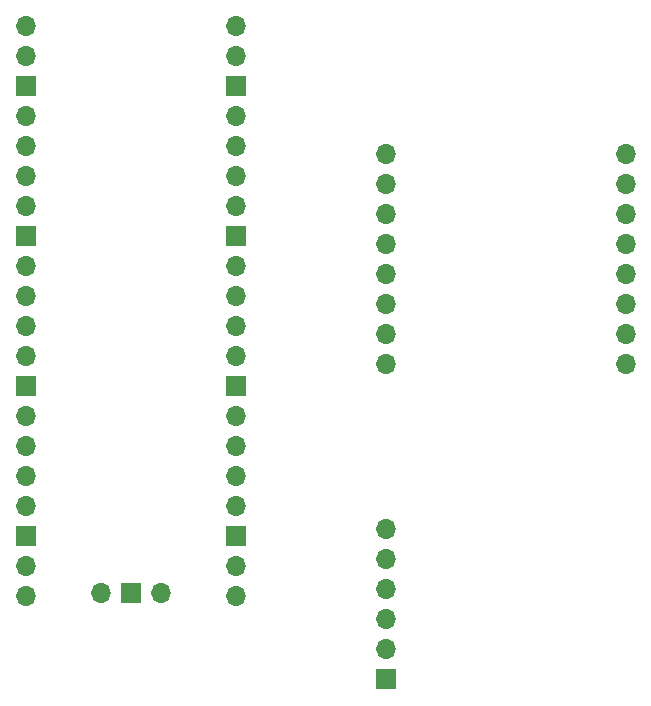
<source format=gbs>
G04 #@! TF.GenerationSoftware,KiCad,Pcbnew,(6.0.8)*
G04 #@! TF.CreationDate,2024-02-14T20:34:26-05:00*
G04 #@! TF.ProjectId,boat,626f6174-2e6b-4696-9361-645f70636258,rev?*
G04 #@! TF.SameCoordinates,Original*
G04 #@! TF.FileFunction,Soldermask,Bot*
G04 #@! TF.FilePolarity,Negative*
%FSLAX46Y46*%
G04 Gerber Fmt 4.6, Leading zero omitted, Abs format (unit mm)*
G04 Created by KiCad (PCBNEW (6.0.8)) date 2024-02-14 20:34:26*
%MOMM*%
%LPD*%
G01*
G04 APERTURE LIST*
%ADD10O,1.700000X1.700000*%
%ADD11R,1.700000X1.700000*%
G04 APERTURE END LIST*
D10*
X180340000Y-95250000D03*
X180340000Y-92710000D03*
X180340000Y-90170000D03*
X180340000Y-87630000D03*
X180340000Y-85090000D03*
X180340000Y-82550000D03*
X180340000Y-80010000D03*
X180340000Y-77470000D03*
X160020000Y-77470000D03*
X160020000Y-80010000D03*
X160020000Y-82550000D03*
X160020000Y-85090000D03*
X160020000Y-87630000D03*
X160020000Y-90170000D03*
X160020000Y-92710000D03*
X160020000Y-95250000D03*
X129540000Y-66640000D03*
X129540000Y-69180000D03*
D11*
X129540000Y-71720000D03*
D10*
X129540000Y-74260000D03*
X129540000Y-76800000D03*
X129540000Y-79340000D03*
X129540000Y-81880000D03*
D11*
X129540000Y-84420000D03*
D10*
X129540000Y-86960000D03*
X129540000Y-89500000D03*
X129540000Y-92040000D03*
X129540000Y-94580000D03*
D11*
X129540000Y-97120000D03*
D10*
X129540000Y-99660000D03*
X129540000Y-102200000D03*
X129540000Y-104740000D03*
X129540000Y-107280000D03*
D11*
X129540000Y-109820000D03*
D10*
X129540000Y-112360000D03*
X129540000Y-114900000D03*
X147320000Y-114900000D03*
X147320000Y-112360000D03*
D11*
X147320000Y-109820000D03*
D10*
X147320000Y-107280000D03*
X147320000Y-104740000D03*
X147320000Y-102200000D03*
X147320000Y-99660000D03*
D11*
X147320000Y-97120000D03*
D10*
X147320000Y-94580000D03*
X147320000Y-92040000D03*
X147320000Y-89500000D03*
X147320000Y-86960000D03*
D11*
X147320000Y-84420000D03*
D10*
X147320000Y-81880000D03*
X147320000Y-79340000D03*
X147320000Y-76800000D03*
X147320000Y-74260000D03*
D11*
X147320000Y-71720000D03*
D10*
X147320000Y-69180000D03*
X147320000Y-66640000D03*
X135890000Y-114670000D03*
D11*
X138430000Y-114670000D03*
D10*
X140970000Y-114670000D03*
D11*
X160020000Y-121920000D03*
D10*
X160020000Y-119380000D03*
X160020000Y-116840000D03*
X160020000Y-114300000D03*
X160020000Y-111760000D03*
X160020000Y-109220000D03*
M02*

</source>
